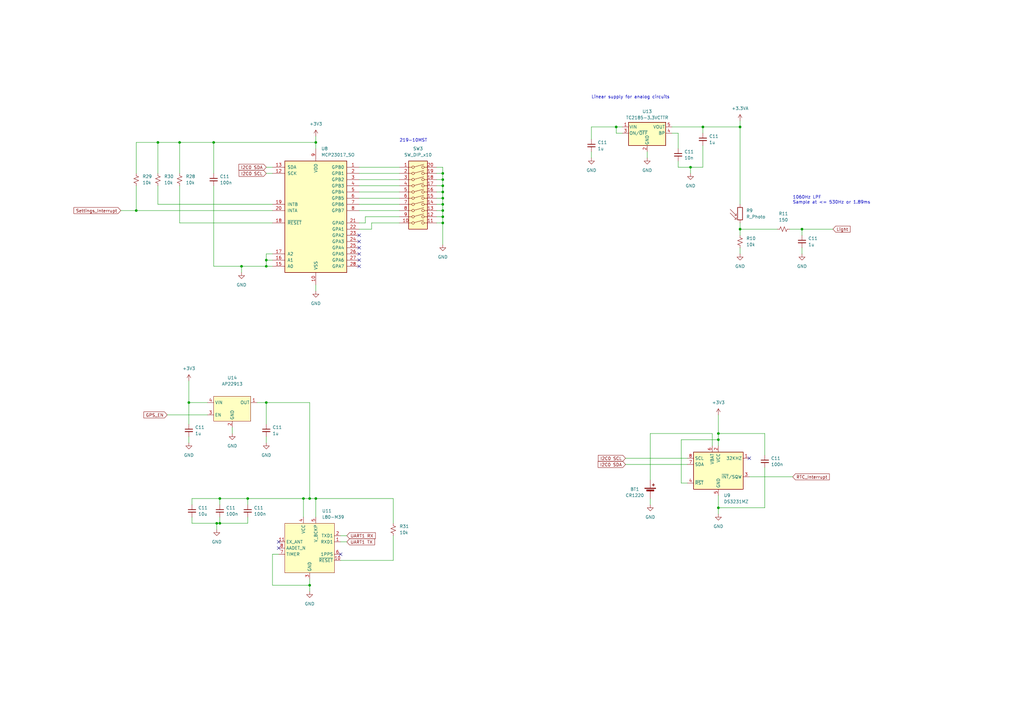
<source format=kicad_sch>
(kicad_sch (version 20230121) (generator eeschema)
  (paper "A3")
  (title_block (title "Nixie Tube Clock") (rev "2.0"))
  (lib_symbols
    (symbol "0_My_Symbols:AP22913"
      (property "Reference" "U" (at 2.54 -2.54 0))
      (property "Value" "AP22913" (at 2.54 -5.08 0))
      (symbol "AP22913_1_1"
        (rectangle (start -5.08 -7.62) (end 10.16 -17.78) (fill (type background)))
        (pin input line (at 12.7 -10.16 180) (length 2.54) (name "OUT") (number "1"))
        (pin input line (at 2.54 -20.32 90) (length 2.54) (name "GND") (number "2"))
        (pin input line (at -7.62 -15.24 0) (length 2.54) (name "EN") (number "3"))
        (pin input line (at -7.62 -10.16 0) (length 2.54) (name "VIN") (number "4"))
        (pin input line (at 2.54 -20.32 90) (length 2.54) hide (name "GND") (number "5"))
        (pin input line (at -7.62 -10.16 0) (length 2.54) hide (name "VIN") (number "6"))
      )
    )
    (symbol "0_My_Symbols:L80-M39"
      (property "Reference" "U" (at 12.7 2.54 0))
      (property "Value" "L80-M39" (at 12.7 0 0))
      (symbol "L80-M39_1_1"
        (rectangle (start -5.08 -2.54) (end 15.24 -22.86) (fill (type background)))
        (pin input line (at 17.78 -10.16 180) (length 2.54) (name "RXD1") (number "1"))
        (pin input line (at 17.78 -17.78 180) (length 2.54) (name "~{RESET}") (number "10"))
        (pin input line (at -7.62 -10.16 0) (length 2.54) (name "EX_ANT") (number "11"))
        (pin input line (at 5.08 -25.4 90) (length 2.54) hide (name "GND") (number "12"))
        (pin input line (at 17.78 -7.62 180) (length 2.54) (name "TXD1") (number "2"))
        (pin input line (at 5.08 -25.4 90) (length 2.54) (name "GND") (number "3"))
        (pin input line (at 2.54 0 270) (length 2.54) (name "VCC") (number "4"))
        (pin input line (at 7.62 0 270) (length 2.54) (name "V_BCKP") (number "5"))
        (pin input line (at 17.78 -15.24 180) (length 2.54) (name "1PPS") (number "6"))
        (pin input line (at -7.62 -15.24 0) (length 2.54) (name "TIMER") (number "7"))
        (pin input line (at -7.62 -12.7 0) (length 2.54) (name "AADET_N") (number "8"))
      )
    )
    (symbol "Device:Battery_Cell" (pin_numbers hide) (pin_names (offset 0) hide)
      (property "Reference" "BT" (at 2.54 2.54 0))
      (property "Value" "Battery_Cell" (at 2.54 0 0))
      (symbol "Battery_Cell_0_1"
        (rectangle (start -2.286 1.778) (end 2.286 1.524) (fill (type outline)))
        (rectangle (start -1.524 1.016) (end 1.524 0.508) (fill (type outline)))
        (polyline (pts (xy 0 0.762) (xy 0 0)))
        (polyline (pts (xy 0 1.778) (xy 0 2.54)))
        (polyline (pts (xy 0.762 3.048) (xy 1.778 3.048)) (stroke (width 0.254)))
        (polyline (pts (xy 1.27 3.556) (xy 1.27 2.54)) (stroke (width 0.254)))
      )
      (symbol "Battery_Cell_1_1"
        (pin passive line (at 0 5.08 270) (length 2.54) (name "+") (number "1"))
        (pin passive line (at 0 -2.54 90) (length 2.54) (name "-") (number "2"))
      )
    )
    (symbol "Device:C_Small" (pin_numbers hide) (pin_names (offset 0.254) hide)
      (property "Reference" "C" (at 0.254 1.778 0))
      (property "Value" "C_Small" (at 0.254 -2.032 0))
      (symbol "C_Small_0_1"
        (polyline (pts (xy -1.524 -0.508) (xy 1.524 -0.508)) (stroke (width 0.3302)))
        (polyline (pts (xy -1.524 0.508) (xy 1.524 0.508)) (stroke (width 0.3048)))
      )
      (symbol "C_Small_1_1"
        (pin passive line (at 0 2.54 270) (length 2.032) (name "~") (number "1"))
        (pin passive line (at 0 -2.54 90) (length 2.032) (name "~") (number "2"))
      )
    )
    (symbol "Device:R_Photo" (pin_numbers hide) (pin_names (offset 0))
      (property "Reference" "R" (at 1.27 1.27 0))
      (property "Value" "R_Photo" (at 1.27 0 0))
      (symbol "R_Photo_0_1"
        (rectangle (start -1.016 2.54) (end 1.016 -2.54) (stroke (width 0.254)))
        (polyline (pts (xy -1.524 -2.286) (xy -4.064 0.254)))
        (polyline (pts (xy -1.524 -2.286) (xy -2.286 -2.286)))
        (polyline (pts (xy -1.524 -2.286) (xy -1.524 -1.524)))
        (polyline (pts (xy -1.524 -0.762) (xy -4.064 1.778)))
        (polyline (pts (xy -1.524 -0.762) (xy -2.286 -0.762)))
        (polyline (pts (xy -1.524 -0.762) (xy -1.524 0)))
      )
      (symbol "R_Photo_1_1"
        (pin passive line (at 0 3.81 270) (length 1.27) (name "~") (number "1"))
        (pin passive line (at 0 -3.81 90) (length 1.27) (name "~") (number "2"))
      )
    )
    (symbol "Device:R_Small_US" (pin_numbers hide) (pin_names (offset 0.254) hide)
      (property "Reference" "R" (at 0.762 0.508 0))
      (property "Value" "R_Small_US" (at 0.762 -1.016 0))
      (symbol "R_Small_US_1_1"
        (polyline (pts (xy 0 0) (xy 1.016 -0.381) (xy 0 -0.762) (xy -1.016 -1.143) (xy 0 -1.524)))
        (polyline (pts (xy 0 1.524) (xy 1.016 1.143) (xy 0 0.762) (xy -1.016 0.381) (xy 0 0)))
        (pin passive line (at 0 2.54 270) (length 1.016) (name "~") (number "1"))
        (pin passive line (at 0 -2.54 90) (length 1.016) (name "~") (number "2"))
      )
    )
    (symbol "Interface_Expansion:MCP23017_SO" (pin_names (offset 1.016))
      (property "Reference" "U" (at -11.43 24.13 0))
      (property "Value" "MCP23017_SO" (at 0 0 0))
      (symbol "MCP23017_SO_0_1"
        (rectangle (start -12.7 22.86) (end 12.7 -22.86) (stroke (width 0.254)) (fill (type background)))
      )
      (symbol "MCP23017_SO_1_1"
        (pin bidirectional line (at 17.78 20.32 180) (length 5.08) (name "GPB0") (number "1"))
        (pin power_in line (at 0 -27.94 90) (length 5.08) (name "VSS") (number "10"))
        (pin no_connect line (at -12.7 15.24 0) (length 5.08) hide (name "NC") (number "11"))
        (pin input line (at -17.78 17.78 0) (length 5.08) (name "SCK") (number "12"))
        (pin bidirectional line (at -17.78 20.32 0) (length 5.08) (name "SDA") (number "13"))
        (pin no_connect line (at -12.7 12.7 0) (length 5.08) hide (name "NC") (number "14"))
        (pin input line (at -17.78 -20.32 0) (length 5.08) (name "A0") (number "15"))
        (pin input line (at -17.78 -17.78 0) (length 5.08) (name "A1") (number "16"))
        (pin input line (at -17.78 -15.24 0) (length 5.08) (name "A2") (number "17"))
        (pin input line (at -17.78 -2.54 0) (length 5.08) (name "~{RESET}") (number "18"))
        (pin tri_state line (at -17.78 5.08 0) (length 5.08) (name "INTB") (number "19"))
        (pin bidirectional line (at 17.78 17.78 180) (length 5.08) (name "GPB1") (number "2"))
        (pin tri_state line (at -17.78 2.54 0) (length 5.08) (name "INTA") (number "20"))
        (pin bidirectional line (at 17.78 -2.54 180) (length 5.08) (name "GPA0") (number "21"))
        (pin bidirectional line (at 17.78 -5.08 180) (length 5.08) (name "GPA1") (number "22"))
        (pin bidirectional line (at 17.78 -7.62 180) (length 5.08) (name "GPA2") (number "23"))
        (pin bidirectional line (at 17.78 -10.16 180) (length 5.08) (name "GPA3") (number "24"))
        (pin bidirectional line (at 17.78 -12.7 180) (length 5.08) (name "GPA4") (number "25"))
        (pin bidirectional line (at 17.78 -15.24 180) (length 5.08) (name "GPA5") (number "26"))
        (pin bidirectional line (at 17.78 -17.78 180) (length 5.08) (name "GPA6") (number "27"))
        (pin bidirectional line (at 17.78 -20.32 180) (length 5.08) (name "GPA7") (number "28"))
        (pin bidirectional line (at 17.78 15.24 180) (length 5.08) (name "GPB2") (number "3"))
        (pin bidirectional line (at 17.78 12.7 180) (length 5.08) (name "GPB3") (number "4"))
        (pin bidirectional line (at 17.78 10.16 180) (length 5.08) (name "GPB4") (number "5"))
        (pin bidirectional line (at 17.78 7.62 180) (length 5.08) (name "GPB5") (number "6"))
        (pin bidirectional line (at 17.78 5.08 180) (length 5.08) (name "GPB6") (number "7"))
        (pin bidirectional line (at 17.78 2.54 180) (length 5.08) (name "GPB7") (number "8"))
        (pin power_in line (at 0 27.94 270) (length 5.08) (name "VDD") (number "9"))
      )
    )
    (symbol "Regulator_Linear:TC2185-3.3VxCTTR" (pin_names (offset 0.254))
      (property "Reference" "U" (at -6.35 5.715 0))
      (property "Value" "TC2185-3.3VxCTTR" (at 0 5.715 0))
      (symbol "TC2185-3.3VxCTTR_0_1"
        (rectangle (start -7.62 -5.08) (end 7.62 4.445) (stroke (width 0.254)) (fill (type background)))
      )
      (symbol "TC2185-3.3VxCTTR_1_1"
        (pin power_in line (at -10.16 2.54 0) (length 2.54) (name "VIN") (number "1"))
        (pin power_in line (at 0 -7.62 90) (length 2.54) (name "GND") (number "2"))
        (pin input line (at -10.16 0 0) (length 2.54) (name "ON/~{OFF}") (number "3"))
        (pin input line (at 10.16 0 180) (length 2.54) (name "BP") (number "4"))
        (pin power_out line (at 10.16 2.54 180) (length 2.54) (name "VOUT") (number "5"))
      )
    )
    (symbol "Switch:SW_DIP_x10" (pin_names (offset 0) hide)
      (property "Reference" "SW" (at 0 16.51 0))
      (property "Value" "SW_DIP_x10" (at 0 -13.97 0))
      (symbol "SW_DIP_x10_0_0"
        (circle (center -2.032 -10.16) (radius 0.508))
        (circle (center -2.032 -7.62) (radius 0.508))
        (circle (center -2.032 -5.08) (radius 0.508))
        (circle (center -2.032 -2.54) (radius 0.508))
        (circle (center -2.032 0) (radius 0.508))
        (circle (center -2.032 2.54) (radius 0.508))
        (circle (center -2.032 5.08) (radius 0.508))
        (circle (center -2.032 7.62) (radius 0.508))
        (circle (center -2.032 10.16) (radius 0.508))
        (circle (center -2.032 12.7) (radius 0.508))
        (polyline (pts (xy -1.524 -10.0076) (xy 2.3622 -8.9662)))
        (polyline (pts (xy -1.524 -7.4676) (xy 2.3622 -6.4262)))
        (polyline (pts (xy -1.524 -4.9276) (xy 2.3622 -3.8862)))
        (polyline (pts (xy -1.524 -2.3876) (xy 2.3622 -1.3462)))
        (polyline (pts (xy -1.524 0.127) (xy 2.3622 1.1684)))
        (polyline (pts (xy -1.524 2.667) (xy 2.3622 3.7084)))
        (polyline (pts (xy -1.524 5.207) (xy 2.3622 6.2484)))
        (polyline (pts (xy -1.524 7.747) (xy 2.3622 8.7884)))
        (polyline (pts (xy -1.524 10.287) (xy 2.3622 11.3284)))
        (polyline (pts (xy -1.524 12.827) (xy 2.3622 13.8684)))
        (circle (center 2.032 -10.16) (radius 0.508))
        (circle (center 2.032 -7.62) (radius 0.508))
        (circle (center 2.032 -5.08) (radius 0.508))
        (circle (center 2.032 -2.54) (radius 0.508))
        (circle (center 2.032 0) (radius 0.508))
        (circle (center 2.032 2.54) (radius 0.508))
        (circle (center 2.032 5.08) (radius 0.508))
        (circle (center 2.032 7.62) (radius 0.508))
        (circle (center 2.032 10.16) (radius 0.508))
        (circle (center 2.032 12.7) (radius 0.508))
      )
      (symbol "SW_DIP_x10_0_1"
        (rectangle (start -3.81 15.24) (end 3.81 -12.7) (stroke (width 0.254)) (fill (type background)))
      )
      (symbol "SW_DIP_x10_1_1"
        (pin passive line (at -7.62 12.7 0) (length 5.08) (name "~") (number "1"))
        (pin passive line (at -7.62 -10.16 0) (length 5.08) (name "~") (number "10"))
        (pin passive line (at 7.62 -10.16 180) (length 5.08) (name "~") (number "11"))
        (pin passive line (at 7.62 -7.62 180) (length 5.08) (name "~") (number "12"))
        (pin passive line (at 7.62 -5.08 180) (length 5.08) (name "~") (number "13"))
        (pin passive line (at 7.62 -2.54 180) (length 5.08) (name "~") (number "14"))
        (pin passive line (at 7.62 0 180) (length 5.08) (name "~") (number "15"))
        (pin passive line (at 7.62 2.54 180) (length 5.08) (name "~") (number "16"))
        (pin passive line (at 7.62 5.08 180) (length 5.08) (name "~") (number "17"))
        (pin passive line (at 7.62 7.62 180) (length 5.08) (name "~") (number "18"))
        (pin passive line (at 7.62 10.16 180) (length 5.08) (name "~") (number "19"))
        (pin passive line (at -7.62 10.16 0) (length 5.08) (name "~") (number "2"))
        (pin passive line (at 7.62 12.7 180) (length 5.08) (name "~") (number "20"))
        (pin passive line (at -7.62 7.62 0) (length 5.08) (name "~") (number "3"))
        (pin passive line (at -7.62 5.08 0) (length 5.08) (name "~") (number "4"))
        (pin passive line (at -7.62 2.54 0) (length 5.08) (name "~") (number "5"))
        (pin passive line (at -7.62 0 0) (length 5.08) (name "~") (number "6"))
        (pin passive line (at -7.62 -2.54 0) (length 5.08) (name "~") (number "7"))
        (pin passive line (at -7.62 -5.08 0) (length 5.08) (name "~") (number "8"))
        (pin passive line (at -7.62 -7.62 0) (length 5.08) (name "~") (number "9"))
      )
    )
    (symbol "Timer_RTC:DS3231MZ"
      (property "Reference" "U" (at -7.62 8.89 0))
      (property "Value" "DS3231MZ" (at 11.43 8.89 0))
      (symbol "DS3231MZ_0_1"
        (rectangle (start -10.16 7.62) (end 10.16 -7.62) (stroke (width 0.254)) (fill (type background)))
      )
      (symbol "DS3231MZ_1_1"
        (pin open_collector line (at 12.7 5.08 180) (length 2.54) (name "32KHZ") (number "1"))
        (pin power_in line (at 0 10.16 270) (length 2.54) (name "VCC") (number "2"))
        (pin open_collector line (at 12.7 -2.54 180) (length 2.54) (name "~{INT}/SQW") (number "3"))
        (pin bidirectional line (at -12.7 -5.08 0) (length 2.54) (name "~{RST}") (number "4"))
        (pin power_in line (at 0 -10.16 90) (length 2.54) (name "GND") (number "5"))
        (pin power_in line (at -2.54 10.16 270) (length 2.54) (name "VBAT") (number "6"))
        (pin bidirectional line (at -12.7 2.54 0) (length 2.54) (name "SDA") (number "7"))
        (pin input line (at -12.7 5.08 0) (length 2.54) (name "SCL") (number "8"))
      )
    )
    (symbol "power:+3.3VA" (power) (pin_names (offset 0))
      (property "Value" "+3.3VA" (at 0 3.556 0))
      (symbol "+3.3VA_0_1"
        (polyline (pts (xy -0.762 1.27) (xy 0 2.54)))
        (polyline (pts (xy 0 0) (xy 0 2.54)))
        (polyline (pts (xy 0 2.54) (xy 0.762 1.27)))
      )
      (symbol "+3.3VA_1_1"
        (pin power_in line (at 0 0 90) (length 0) hide (name "+3.3VA") (number "1"))
      )
    )
    (symbol "power:+3V3" (power) (pin_names (offset 0))
      (property "Value" "+3V3" (at 0 3.556 0))
      (symbol "+3V3_0_1"
        (polyline (pts (xy -0.762 1.27) (xy 0 2.54)))
        (polyline (pts (xy 0 0) (xy 0 2.54)))
        (polyline (pts (xy 0 2.54) (xy 0.762 1.27)))
      )
      (symbol "+3V3_1_1"
        (pin power_in line (at 0 0 90) (length 0) hide (name "+3V3") (number "1"))
      )
    )
    (symbol "power:GND" (power) (pin_names (offset 0))
      (property "Value" "GND" (at 0 -3.81 0))
      (symbol "GND_0_1"
        (polyline (pts (xy 0 0) (xy 0 -1.27) (xy 1.27 -1.27) (xy 0 -2.54) (xy -1.27 -1.27) (xy 0 -1.27)))
      )
      (symbol "GND_1_1"
        (pin power_in line (at 0 0 270) (length 0) hide (name "GND") (number "1"))
      )
    )
  )
  (junction (at 129.54 58.42))
  (junction (at 109.22 109.22))
  (junction (at 87.63 58.42))
  (junction (at 77.47 165.1))
  (junction (at 127 204.47))
  (junction (at 288.29 52.07))
  (junction (at 303.53 93.98))
  (junction (at 303.53 52.07))
  (junction (at 294.64 208.28))
  (junction (at 181.61 71.12))
  (junction (at 294.64 180.34))
  (junction (at 127 240.03))
  (junction (at 55.88 86.36))
  (junction (at 90.17 204.47))
  (junction (at 283.21 68.58))
  (junction (at 181.61 78.74))
  (junction (at 181.61 83.82))
  (junction (at 109.22 165.1))
  (junction (at 181.61 86.36))
  (junction (at 181.61 73.66))
  (junction (at 99.06 109.22))
  (junction (at 181.61 76.2))
  (junction (at 181.61 88.9))
  (junction (at 252.73 52.07))
  (junction (at 73.66 58.42))
  (junction (at 181.61 91.44))
  (junction (at 129.54 204.47))
  (junction (at 109.22 106.68))
  (junction (at 294.64 177.8))
  (junction (at 90.17 214.63))
  (junction (at 88.9 214.63))
  (junction (at 328.93 93.98))
  (junction (at 181.61 81.28))
  (junction (at 101.6 204.47))
  (junction (at 124.46 204.47))
  (junction (at 64.77 58.42))
  (no_connect (at 147.32 106.68))
  (no_connect (at 139.7 227.33))
  (no_connect (at 147.32 99.06))
  (no_connect (at 307.34 187.96))
  (no_connect (at 147.32 101.6))
  (no_connect (at 114.3 224.79))
  (no_connect (at 147.32 109.22))
  (no_connect (at 114.3 222.25))
  (no_connect (at 147.32 96.52))
  (no_connect (at 147.32 104.14))
  (wire (pts (xy 278.13 54.61) (xy 278.13 60.96)))
  (wire (pts (xy 294.64 208.28) (xy 294.64 210.82)))
  (wire (pts (xy 242.57 52.07) (xy 252.73 52.07)))
  (wire (pts (xy 49.53 86.36) (xy 55.88 86.36)))
  (wire (pts (xy 328.93 96.52) (xy 328.93 93.98)))
  (wire (pts (xy 77.47 156.21) (xy 77.47 165.1)))
  (wire (pts (xy 163.83 91.44) (xy 152.4 91.44)))
  (wire (pts (xy 313.69 191.77) (xy 313.69 208.28)))
  (wire (pts (xy 288.29 52.07) (xy 303.53 52.07)))
  (wire (pts (xy 127 237.49) (xy 127 240.03)))
  (wire (pts (xy 127 165.1) (xy 109.22 165.1)))
  (wire (pts (xy 77.47 179.07) (xy 77.47 181.61)))
  (wire (pts (xy 99.06 109.22) (xy 109.22 109.22)))
  (wire (pts (xy 313.69 208.28) (xy 294.64 208.28)))
  (wire (pts (xy 127 204.47) (xy 129.54 204.47)))
  (wire (pts (xy 139.7 222.25) (xy 142.24 222.25)))
  (wire (pts (xy 55.88 58.42) (xy 64.77 58.42)))
  (wire (pts (xy 88.9 214.63) (xy 90.17 214.63)))
  (wire (pts (xy 147.32 73.66) (xy 163.83 73.66)))
  (wire (pts (xy 73.66 58.42) (xy 73.66 71.12)))
  (wire (pts (xy 147.32 83.82) (xy 163.83 83.82)))
  (wire (pts (xy 87.63 58.42) (xy 129.54 58.42)))
  (wire (pts (xy 313.69 186.69) (xy 313.69 177.8)))
  (wire (pts (xy 179.07 68.58) (xy 181.61 68.58)))
  (wire (pts (xy 279.4 198.12) (xy 279.4 180.34)))
  (wire (pts (xy 179.07 78.74) (xy 181.61 78.74)))
  (wire (pts (xy 252.73 54.61) (xy 252.73 52.07)))
  (wire (pts (xy 73.66 58.42) (xy 87.63 58.42)))
  (wire (pts (xy 256.54 187.96) (xy 281.94 187.96)))
  (wire (pts (xy 111.76 227.33) (xy 111.76 240.03)))
  (wire (pts (xy 55.88 71.12) (xy 55.88 58.42)))
  (wire (pts (xy 95.25 175.26) (xy 95.25 177.8)))
  (wire (pts (xy 78.74 207.01) (xy 78.74 204.47)))
  (wire (pts (xy 78.74 214.63) (xy 88.9 214.63)))
  (wire (pts (xy 275.59 52.07) (xy 288.29 52.07)))
  (wire (pts (xy 114.3 227.33) (xy 111.76 227.33)))
  (wire (pts (xy 181.61 78.74) (xy 181.61 81.28)))
  (wire (pts (xy 129.54 204.47) (xy 129.54 212.09)))
  (wire (pts (xy 303.53 52.07) (xy 303.53 83.82)))
  (wire (pts (xy 303.53 101.6) (xy 303.53 104.14)))
  (wire (pts (xy 303.53 91.44) (xy 303.53 93.98)))
  (wire (pts (xy 64.77 83.82) (xy 64.77 76.2)))
  (wire (pts (xy 161.29 204.47) (xy 129.54 204.47)))
  (wire (pts (xy 288.29 59.69) (xy 288.29 68.58)))
  (wire (pts (xy 99.06 109.22) (xy 99.06 111.76)))
  (wire (pts (xy 275.59 54.61) (xy 278.13 54.61)))
  (wire (pts (xy 55.88 86.36) (xy 111.76 86.36)))
  (wire (pts (xy 181.61 83.82) (xy 181.61 86.36)))
  (wire (pts (xy 179.07 91.44) (xy 181.61 91.44)))
  (wire (pts (xy 73.66 76.2) (xy 73.66 91.44)))
  (wire (pts (xy 266.7 177.8) (xy 292.1 177.8)))
  (wire (pts (xy 109.22 68.58) (xy 111.76 68.58)))
  (wire (pts (xy 179.07 73.66) (xy 181.61 73.66)))
  (wire (pts (xy 90.17 204.47) (xy 90.17 207.01)))
  (wire (pts (xy 179.07 71.12) (xy 181.61 71.12)))
  (wire (pts (xy 179.07 81.28) (xy 181.61 81.28)))
  (wire (pts (xy 181.61 76.2) (xy 181.61 78.74)))
  (wire (pts (xy 303.53 49.53) (xy 303.53 52.07)))
  (wire (pts (xy 179.07 83.82) (xy 181.61 83.82)))
  (wire (pts (xy 139.7 229.87) (xy 161.29 229.87)))
  (wire (pts (xy 328.93 101.6) (xy 328.93 104.14)))
  (wire (pts (xy 109.22 109.22) (xy 111.76 109.22)))
  (wire (pts (xy 101.6 214.63) (xy 101.6 212.09)))
  (wire (pts (xy 109.22 104.14) (xy 109.22 106.68)))
  (wire (pts (xy 105.41 165.1) (xy 109.22 165.1)))
  (wire (pts (xy 127 240.03) (xy 127 242.57)))
  (wire (pts (xy 68.58 170.18) (xy 85.09 170.18)))
  (wire (pts (xy 77.47 165.1) (xy 77.47 173.99)))
  (wire (pts (xy 181.61 81.28) (xy 181.61 83.82)))
  (wire (pts (xy 87.63 109.22) (xy 99.06 109.22)))
  (wire (pts (xy 279.4 180.34) (xy 294.64 180.34)))
  (wire (pts (xy 149.86 88.9) (xy 163.83 88.9)))
  (wire (pts (xy 64.77 83.82) (xy 111.76 83.82)))
  (wire (pts (xy 109.22 104.14) (xy 111.76 104.14)))
  (wire (pts (xy 147.32 91.44) (xy 149.86 91.44)))
  (wire (pts (xy 179.07 88.9) (xy 181.61 88.9)))
  (wire (pts (xy 127 165.1) (xy 127 204.47)))
  (wire (pts (xy 109.22 106.68) (xy 111.76 106.68)))
  (wire (pts (xy 281.94 198.12) (xy 279.4 198.12)))
  (wire (pts (xy 181.61 73.66) (xy 181.61 76.2)))
  (wire (pts (xy 181.61 91.44) (xy 181.61 100.33)))
  (wire (pts (xy 179.07 86.36) (xy 181.61 86.36)))
  (wire (pts (xy 303.53 93.98) (xy 303.53 96.52)))
  (wire (pts (xy 265.43 62.23) (xy 265.43 64.77)))
  (wire (pts (xy 147.32 68.58) (xy 163.83 68.58)))
  (wire (pts (xy 109.22 71.12) (xy 111.76 71.12)))
  (wire (pts (xy 87.63 76.2) (xy 87.63 109.22)))
  (wire (pts (xy 283.21 68.58) (xy 288.29 68.58)))
  (wire (pts (xy 252.73 52.07) (xy 255.27 52.07)))
  (wire (pts (xy 152.4 91.44) (xy 152.4 93.98)))
  (wire (pts (xy 124.46 204.47) (xy 124.46 212.09)))
  (wire (pts (xy 292.1 177.8) (xy 292.1 182.88)))
  (wire (pts (xy 129.54 116.84) (xy 129.54 119.38)))
  (wire (pts (xy 242.57 62.23) (xy 242.57 64.77)))
  (wire (pts (xy 307.34 195.58) (xy 325.12 195.58)))
  (wire (pts (xy 266.7 177.8) (xy 266.7 196.85)))
  (wire (pts (xy 147.32 71.12) (xy 163.83 71.12)))
  (wire (pts (xy 323.85 93.98) (xy 328.93 93.98)))
  (wire (pts (xy 278.13 68.58) (xy 283.21 68.58)))
  (wire (pts (xy 147.32 81.28) (xy 163.83 81.28)))
  (wire (pts (xy 294.64 180.34) (xy 294.64 182.88)))
  (wire (pts (xy 181.61 71.12) (xy 181.61 73.66)))
  (wire (pts (xy 78.74 204.47) (xy 90.17 204.47)))
  (wire (pts (xy 328.93 93.98) (xy 341.63 93.98)))
  (wire (pts (xy 255.27 54.61) (xy 252.73 54.61)))
  (wire (pts (xy 101.6 204.47) (xy 101.6 207.01)))
  (wire (pts (xy 109.22 106.68) (xy 109.22 109.22)))
  (wire (pts (xy 73.66 91.44) (xy 111.76 91.44)))
  (wire (pts (xy 149.86 91.44) (xy 149.86 88.9)))
  (wire (pts (xy 129.54 55.88) (xy 129.54 58.42)))
  (wire (pts (xy 283.21 68.58) (xy 283.21 71.12)))
  (wire (pts (xy 109.22 165.1) (xy 109.22 173.99)))
  (wire (pts (xy 124.46 204.47) (xy 127 204.47)))
  (wire (pts (xy 109.22 179.07) (xy 109.22 181.61)))
  (wire (pts (xy 303.53 93.98) (xy 318.77 93.98)))
  (wire (pts (xy 147.32 76.2) (xy 163.83 76.2)))
  (wire (pts (xy 78.74 212.09) (xy 78.74 214.63)))
  (wire (pts (xy 179.07 76.2) (xy 181.61 76.2)))
  (wire (pts (xy 139.7 219.71) (xy 142.24 219.71)))
  (wire (pts (xy 161.29 229.87) (xy 161.29 219.71)))
  (wire (pts (xy 294.64 170.18) (xy 294.64 177.8)))
  (wire (pts (xy 101.6 204.47) (xy 124.46 204.47)))
  (wire (pts (xy 181.61 68.58) (xy 181.61 71.12)))
  (wire (pts (xy 111.76 240.03) (xy 127 240.03)))
  (wire (pts (xy 88.9 214.63) (xy 88.9 217.17)))
  (wire (pts (xy 152.4 93.98) (xy 147.32 93.98)))
  (wire (pts (xy 87.63 58.42) (xy 87.63 71.12)))
  (wire (pts (xy 288.29 52.07) (xy 288.29 54.61)))
  (wire (pts (xy 90.17 214.63) (xy 101.6 214.63)))
  (wire (pts (xy 90.17 212.09) (xy 90.17 214.63)))
  (wire (pts (xy 294.64 203.2) (xy 294.64 208.28)))
  (wire (pts (xy 147.32 86.36) (xy 163.83 86.36)))
  (wire (pts (xy 64.77 58.42) (xy 64.77 71.12)))
  (wire (pts (xy 313.69 177.8) (xy 294.64 177.8)))
  (wire (pts (xy 77.47 165.1) (xy 85.09 165.1)))
  (wire (pts (xy 55.88 76.2) (xy 55.88 86.36)))
  (wire (pts (xy 278.13 66.04) (xy 278.13 68.58)))
  (wire (pts (xy 90.17 204.47) (xy 101.6 204.47)))
  (wire (pts (xy 266.7 204.47) (xy 266.7 207.01)))
  (wire (pts (xy 294.64 177.8) (xy 294.64 180.34)))
  (wire (pts (xy 64.77 58.42) (xy 73.66 58.42)))
  (wire (pts (xy 161.29 214.63) (xy 161.29 204.47)))
  (wire (pts (xy 181.61 86.36) (xy 181.61 88.9)))
  (wire (pts (xy 256.54 190.5) (xy 281.94 190.5)))
  (wire (pts (xy 147.32 78.74) (xy 163.83 78.74)))
  (wire (pts (xy 242.57 57.15) (xy 242.57 52.07)))
  (wire (pts (xy 129.54 58.42) (xy 129.54 60.96)))
  (wire (pts (xy 181.61 88.9) (xy 181.61 91.44)))
  (text "Linear supply for analog circuits" (at 242.57 40.64 0) (effects (font (size 1.27 1.27)) (justify left bottom)))
  (text "219-10MST" (at 163.83 58.42 0) (effects (font (size 1.27 1.27)) (justify left bottom)))
  (text "1060Hz LPF\nSample at <= 530Hz or 1.89ms\n" (at 325.12 83.82 0) (effects (font (size 1.27 1.27)) (justify left bottom)))
  (global_label "Light" (shape input) (at 341.63 93.98 0) (property "Intersheetrefs" "${INTERSHEET_REFS}" (effects hide)))
  (global_label "I2C0 SDA" (shape input) (at 109.22 68.58 180) (property "Intersheetrefs" "${INTERSHEET_REFS}" (effects hide)))
  (global_label "UART1 TX" (shape input) (at 142.24 222.25 0) (property "Intersheetrefs" "${INTERSHEET_REFS}" (effects hide)))
  (global_label "UART1 RX" (shape input) (at 142.24 219.71 0) (property "Intersheetrefs" "${INTERSHEET_REFS}" (effects hide)))
  (global_label "Settings_Interrupt" (shape input) (at 49.53 86.36 180) (property "Intersheetrefs" "${INTERSHEET_REFS}" (effects hide)))
  (global_label "I2C0 SCL" (shape input) (at 109.22 71.12 180) (property "Intersheetrefs" "${INTERSHEET_REFS}" (effects hide)))
  (global_label "RTC_Interrupt" (shape input) (at 325.12 195.58 0) (property "Intersheetrefs" "${INTERSHEET_REFS}" (effects hide)))
  (global_label "I2C0 SCL" (shape input) (at 256.54 187.96 180) (property "Intersheetrefs" "${INTERSHEET_REFS}" (effects hide)))
  (global_label "I2C0 SDA" (shape input) (at 256.54 190.5 180) (property "Intersheetrefs" "${INTERSHEET_REFS}" (effects hide)))
  (global_label "GPS_EN" (shape input) (at 68.58 170.18 180) (property "Intersheetrefs" "${INTERSHEET_REFS}" (effects hide)))
  (symbol (lib_id "power:GND") (at 303.53 104.14 0) (unit 1)
    (property "Reference" "#PWR032" (effects hide))
    (property "Value" "GND" (at 303.53 109.22 0))
  )
  (symbol (lib_id "Switch:SW_DIP_x10") (at 171.45 81.28 0) (unit 1)
    (property "Reference" "SW3" (at 171.45 60.96 0))
    (property "Value" "SW_DIP_x10" (at 171.45 63.5 0))
  )
  (symbol (lib_id "power:GND") (at 294.64 210.82 0) (unit 1)
    (property "Reference" "#PWR038" (effects hide))
    (property "Value" "GND" (at 294.64 215.9 0))
  )
  (symbol (lib_id "Device:R_Small_US") (at 73.66 73.66 0) (unit 1)
    (property "Reference" "R28" (at 76.2 72.39 0) (effects (justify left)))
    (property "Value" "10k" (at 76.2 74.93 0) (effects (justify left)))
  )
  (symbol (lib_id "Device:R_Small_US") (at 64.77 73.66 0) (unit 1)
    (property "Reference" "R30" (at 67.31 72.39 0) (effects (justify left)))
    (property "Value" "10k" (at 67.31 74.93 0) (effects (justify left)))
  )
  (symbol (lib_id "power:GND") (at 109.22 181.61 0) (unit 1)
    (property "Reference" "#PWR059" (effects hide))
    (property "Value" "GND" (at 109.22 186.69 0))
  )
  (symbol (lib_id "Device:C_Small") (at 77.47 176.53 0) (unit 1)
    (property "Reference" "C11" (at 80.01 175.2663 0) (effects (justify left)))
    (property "Value" "1u" (at 80.01 177.8063 0) (effects (justify left)))
    (instances (project "Nixie Clock v2" (path "" (reference "C11") (unit 1)) (path "" (reference "C11") (unit 1)) (path "" (reference "C33") (unit 1))))
  )
  (symbol (lib_id "power:GND") (at 328.93 104.14 0) (unit 1)
    (property "Reference" "#PWR016" (effects hide))
    (property "Value" "GND" (at 328.93 109.22 0))
    (instances (project "Nixie Clock v2" (path "" (reference "#PWR016") (unit 1)) (path "" (reference "#PWR016") (unit 1)) (path "" (reference "#PWR033") (unit 1))))
  )
  (symbol (lib_id "Device:C_Small") (at 278.13 63.5 0) (unit 1)
    (property "Reference" "C11" (at 280.67 62.2363 0) (effects (justify left)))
    (property "Value" "10n" (at 280.67 64.7763 0) (effects (justify left)))
    (instances (project "Nixie Clock v2" (path "" (reference "C11") (unit 1)) (path "" (reference "C11") (unit 1)) (path "" (reference "C32") (unit 1))))
  )
  (symbol (lib_id "0_My_Symbols:AP22913") (at 92.71 154.94 0) (unit 1)
    (property "Reference" "U14" (at 95.25 154.94 0))
    (property "Value" "AP22913" (at 95.25 157.48 0))
  )
  (symbol (lib_id "power:GND") (at 127 242.57 0) (unit 1)
    (property "Reference" "#PWR036" (effects hide))
    (property "Value" "GND" (at 127 247.65 0))
  )
  (symbol (lib_id "power:GND") (at 181.61 100.33 0) (unit 1)
    (property "Reference" "#PWR034" (effects hide))
    (property "Value" "GND" (at 181.61 105.41 0))
  )
  (symbol (lib_id "Device:R_Photo") (at 303.53 87.63 0) (unit 1)
    (property "Reference" "R9" (at 306.07 86.36 0) (effects (justify left)))
    (property "Value" "R_Photo" (at 306.07 88.9 0) (effects (justify left)))
  )
  (symbol (lib_id "power:GND") (at 88.9 217.17 0) (unit 1)
    (property "Reference" "#PWR037" (effects hide))
    (property "Value" "GND" (at 88.9 222.25 0))
  )
  (symbol (lib_id "power:GND") (at 283.21 71.12 0) (unit 1)
    (property "Reference" "#PWR054" (effects hide))
    (property "Value" "GND" (at 283.21 76.2 0))
  )
  (symbol (lib_id "Device:C_Small") (at 328.93 99.06 0) (unit 1)
    (property "Reference" "C11" (at 331.47 97.7963 0) (effects (justify left)))
    (property "Value" "1u" (at 331.47 100.3363 0) (effects (justify left)))
    (instances (project "Nixie Clock v2" (path "" (reference "C11") (unit 1)) (path "" (reference "C11") (unit 1)) (path "" (reference "C16") (unit 1))))
  )
  (symbol (lib_id "Device:C_Small") (at 313.69 189.23 0) (unit 1)
    (property "Reference" "C11" (at 316.23 187.9663 0) (effects (justify left)))
    (property "Value" "100n" (at 316.23 190.5063 0) (effects (justify left)))
    (instances (project "Nixie Clock v2" (path "" (reference "C11") (unit 1)) (path "" (reference "C11") (unit 1)) (path "" (reference "C20") (unit 1))))
  )
  (symbol (lib_id "Interface_Expansion:MCP23017_SO") (at 129.54 88.9 0) (unit 1)
    (property "Reference" "U8" (at 131.7341 60.96 0) (effects (justify left)))
    (property "Value" "MCP23017_SO" (at 131.7341 63.5 0) (effects (justify left)))
    (property "Footprint" "Package_SO:SOIC-28W_7.5x17.9mm_P1.27mm" (effects hide))
    (property "Datasheet" "http://ww1.microchip.com/downloads/en/DeviceDoc/20001952C.pdf" (effects hide))
  )
  (symbol (lib_id "power:GND") (at 129.54 119.38 0) (unit 1)
    (property "Reference" "#PWR049" (effects hide))
    (property "Value" "GND" (at 129.54 124.46 0))
  )
  (symbol (lib_id "0_My_Symbols:L80-M39") (at 121.92 212.09 0) (unit 1)
    (property "Reference" "U11" (at 132.08 209.55 0) (effects (justify left)))
    (property "Value" "L80-M39" (at 132.08 212.09 0) (effects (justify left)))
  )
  (symbol (lib_id "Device:C_Small") (at 90.17 209.55 0) (unit 1)
    (property "Reference" "C11" (at 92.71 208.2863 0) (effects (justify left)))
    (property "Value" "100n" (at 92.71 210.8263 0) (effects (justify left)))
    (instances (project "Nixie Clock v2" (path "" (reference "C11") (unit 1)) (path "" (reference "C11") (unit 1)) (path "" (reference "C22") (unit 1))))
  )
  (symbol (lib_id "Regulator_Linear:TC2185-3.3VxCTTR") (at 265.43 54.61 0) (unit 1)
    (property "Reference" "U13" (at 265.43 45.72 0))
    (property "Value" "TC2185-3.3VCTTR" (at 265.43 48.26 0))
    (property "Footprint" "Package_TO_SOT_SMD:SOT-23-5" (effects hide))
    (property "Datasheet" "http://ww1.microchip.com/downloads/en/DeviceDoc/21662F.pdf" (effects hide))
  )
  (symbol (lib_id "power:GND") (at 99.06 111.76 0) (unit 1)
    (property "Reference" "#PWR048" (effects hide))
    (property "Value" "GND" (at 99.06 116.84 0))
  )
  (symbol (lib_id "Device:R_Small_US") (at 303.53 99.06 0) (unit 1)
    (property "Reference" "R10" (at 306.07 97.79 0) (effects (justify left)))
    (property "Value" "10k" (at 306.07 100.33 0) (effects (justify left)))
  )
  (symbol (lib_id "power:+3.3VA") (at 303.53 49.53 0) (unit 1)
    (property "Reference" "#PWR031" (effects hide))
    (property "Value" "+3.3VA" (at 303.53 44.45 0))
  )
  (symbol (lib_id "power:GND") (at 266.7 207.01 0) (unit 1)
    (property "Reference" "#PWR040" (effects hide))
    (property "Value" "GND" (at 266.7 212.09 0))
  )
  (symbol (lib_id "Device:C_Small") (at 288.29 57.15 0) (unit 1)
    (property "Reference" "C11" (at 290.83 55.8863 0) (effects (justify left)))
    (property "Value" "1u" (at 290.83 58.4263 0) (effects (justify left)))
    (instances (project "Nixie Clock v2" (path "" (reference "C11") (unit 1)) (path "" (reference "C11") (unit 1)) (path "" (reference "C31") (unit 1))))
  )
  (symbol (lib_id "Timer_RTC:DS3231MZ") (at 294.64 193.04 0) (unit 1)
    (property "Reference" "U9" (at 296.8341 203.2 0) (effects (justify left)))
    (property "Value" "DS3231MZ" (at 296.8341 205.74 0) (effects (justify left)))
    (property "Footprint" "Package_SO:SOIC-8_3.9x4.9mm_P1.27mm" (effects hide))
    (property "Datasheet" "http://datasheets.maximintegrated.com/en/ds/DS3231M.pdf" (effects hide))
  )
  (symbol (lib_id "power:GND") (at 95.25 177.8 0) (unit 1)
    (property "Reference" "#PWR057" (effects hide))
    (property "Value" "GND" (at 95.25 182.88 0))
  )
  (symbol (lib_id "power:GND") (at 242.57 64.77 0) (unit 1)
    (property "Reference" "#PWR056" (effects hide))
    (property "Value" "GND" (at 242.57 69.85 0))
  )
  (symbol (lib_id "Device:C_Small") (at 78.74 209.55 0) (unit 1)
    (property "Reference" "C11" (at 81.28 208.2863 0) (effects (justify left)))
    (property "Value" "10u" (at 81.28 210.8263 0) (effects (justify left)))
    (instances (project "Nixie Clock v2" (path "" (reference "C11") (unit 1)) (path "" (reference "C11") (unit 1)) (path "" (reference "C23") (unit 1))))
  )
  (symbol (lib_id "Device:C_Small") (at 242.57 59.69 0) (unit 1)
    (property "Reference" "C11" (at 245.11 58.4263 0) (effects (justify left)))
    (property "Value" "1u" (at 245.11 60.9663 0) (effects (justify left)))
    (instances (project "Nixie Clock v2" (path "" (reference "C11") (unit 1)) (path "" (reference "C11") (unit 1)) (path "" (reference "C30") (unit 1))))
  )
  (symbol (lib_id "Device:Battery_Cell") (at 266.7 201.93 0) (unit 1)
    (property "Reference" "BT1" (at 260.35 200.66 0))
    (property "Value" "CR1220" (at 260.35 203.2 0))
  )
  (symbol (lib_id "power:+3V3") (at 77.47 156.21 0) (unit 1)
    (property "Reference" "#PWR035" (effects hide))
    (property "Value" "+3V3" (at 77.47 151.13 0))
  )
  (symbol (lib_id "Device:R_Small_US") (at 55.88 73.66 0) (unit 1)
    (property "Reference" "R29" (at 58.42 72.39 0) (effects (justify left)))
    (property "Value" "10k" (at 58.42 74.93 0) (effects (justify left)))
  )
  (symbol (lib_id "Device:C_Small") (at 87.63 73.66 0) (unit 1)
    (property "Reference" "C11" (at 90.17 72.3963 0) (effects (justify left)))
    (property "Value" "100n" (at 90.17 74.9363 0) (effects (justify left)))
    (instances (project "Nixie Clock v2" (path "" (reference "C11") (unit 1)) (path "" (reference "C11") (unit 1)) (path "" (reference "C19") (unit 1))))
  )
  (symbol (lib_id "power:GND") (at 265.43 64.77 0) (unit 1)
    (property "Reference" "#PWR055" (effects hide))
    (property "Value" "GND" (at 265.43 69.85 0))
  )
  (symbol (lib_id "power:GND") (at 77.47 181.61 0) (unit 1)
    (property "Reference" "#PWR058" (effects hide))
    (property "Value" "GND" (at 77.47 186.69 0))
  )
  (symbol (lib_id "power:+3V3") (at 129.54 55.88 0) (unit 1)
    (property "Reference" "#PWR050" (effects hide))
    (property "Value" "+3V3" (at 129.54 50.8 0))
  )
  (symbol (lib_id "Device:C_Small") (at 101.6 209.55 0) (unit 1)
    (property "Reference" "C11" (at 104.14 208.2863 0) (effects (justify left)))
    (property "Value" "100n" (at 104.14 210.8263 0) (effects (justify left)))
    (instances (project "Nixie Clock v2" (path "" (reference "C11") (unit 1)) (path "" (reference "C11") (unit 1)) (path "" (reference "C21") (unit 1))))
  )
  (symbol (lib_id "Device:C_Small") (at 109.22 176.53 0) (unit 1)
    (property "Reference" "C11" (at 111.76 175.2663 0) (effects (justify left)))
    (property "Value" "1u" (at 111.76 177.8063 0) (effects (justify left)))
    (instances (project "Nixie Clock v2" (path "" (reference "C11") (unit 1)) (path "" (reference "C11") (unit 1)) (path "" (reference "C34") (unit 1))))
  )
  (symbol (lib_id "Device:R_Small_US") (at 321.31 93.98 90) (unit 1)
    (property "Reference" "R11" (at 321.31 87.63 90))
    (property "Value" "150" (at 321.31 90.17 90))
  )
  (symbol (lib_id "power:+3V3") (at 294.64 170.18 0) (unit 1)
    (property "Reference" "#PWR039" (effects hide))
    (property "Value" "+3V3" (at 294.64 165.1 0))
  )
  (symbol (lib_id "Device:R_Small_US") (at 161.29 217.17 0) (unit 1)
    (property "Reference" "R31" (at 163.83 215.9 0) (effects (justify left)))
    (property "Value" "10k" (at 163.83 218.44 0) (effects (justify left)))
  )
)
</source>
